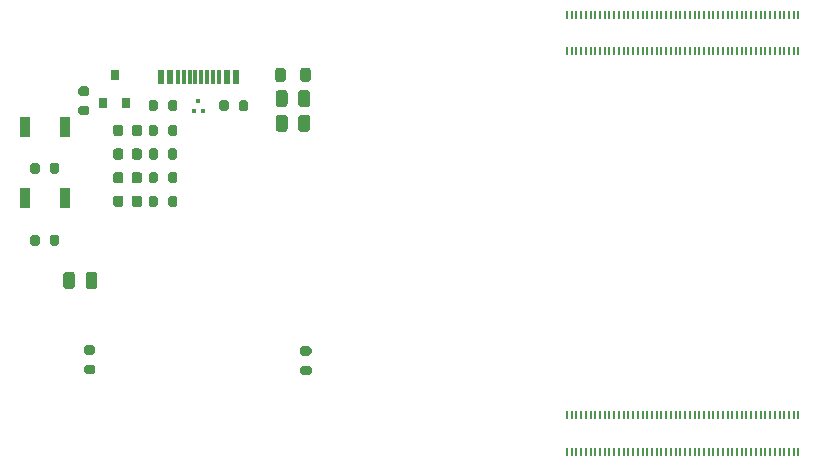
<source format=gtp>
G04 #@! TF.GenerationSoftware,KiCad,Pcbnew,(5.1.9)-1*
G04 #@! TF.CreationDate,2021-09-17T14:30:20-04:00*
G04 #@! TF.ProjectId,cm4-carrier-template,636d342d-6361-4727-9269-65722d74656d,rev?*
G04 #@! TF.SameCoordinates,Original*
G04 #@! TF.FileFunction,Paste,Top*
G04 #@! TF.FilePolarity,Positive*
%FSLAX46Y46*%
G04 Gerber Fmt 4.6, Leading zero omitted, Abs format (unit mm)*
G04 Created by KiCad (PCBNEW (5.1.9)-1) date 2021-09-17 14:30:20*
%MOMM*%
%LPD*%
G01*
G04 APERTURE LIST*
%ADD10R,0.600000X1.160000*%
%ADD11R,0.300000X1.160000*%
%ADD12R,0.200000X0.700000*%
%ADD13R,0.800000X0.900000*%
%ADD14R,0.900000X1.700000*%
%ADD15R,0.300000X0.300000*%
G04 APERTURE END LIST*
D10*
G04 #@! TO.C,J1*
X92800000Y-100810000D03*
X93600000Y-100810000D03*
X92800000Y-100810000D03*
X93600000Y-100810000D03*
X99200000Y-100810000D03*
X99200000Y-100810000D03*
X98400000Y-100810000D03*
X98400000Y-100810000D03*
D11*
X94250000Y-100810000D03*
X95250000Y-100810000D03*
X94750000Y-100810000D03*
X97250000Y-100810000D03*
X97750000Y-100810000D03*
X95750000Y-100810000D03*
X96250000Y-100810000D03*
X96750000Y-100810000D03*
G04 #@! TD*
D12*
G04 #@! TO.C,U5*
X127200000Y-132500000D03*
X127200000Y-129420000D03*
X127600000Y-132500000D03*
X127600000Y-129420000D03*
X128000000Y-132500000D03*
X128000000Y-129420000D03*
X128400000Y-132500000D03*
X128400000Y-129420000D03*
X128800000Y-132500000D03*
X128800000Y-129420000D03*
X129200000Y-132500000D03*
X129200000Y-129420000D03*
X129600000Y-132500000D03*
X129600000Y-129420000D03*
X130000000Y-132500000D03*
X130000000Y-129420000D03*
X130400000Y-132500000D03*
X130400000Y-129420000D03*
X130800000Y-132500000D03*
X130800000Y-129420000D03*
X131200000Y-132500000D03*
X131200000Y-129420000D03*
X131600000Y-132500000D03*
X131600000Y-129420000D03*
X132000000Y-132500000D03*
X132000000Y-129420000D03*
X132400000Y-132500000D03*
X132400000Y-129420000D03*
X132800000Y-132500000D03*
X132800000Y-129420000D03*
X133200000Y-132500000D03*
X133200000Y-129420000D03*
X133600000Y-132500000D03*
X133600000Y-129420000D03*
X134000000Y-132500000D03*
X134000000Y-129420000D03*
X134400000Y-132500000D03*
X134400000Y-129420000D03*
X134800000Y-132500000D03*
X134800000Y-129420000D03*
X135200000Y-132500000D03*
X135200000Y-129420000D03*
X135600000Y-132500000D03*
X135600000Y-129420000D03*
X136000000Y-132500000D03*
X136000000Y-129420000D03*
X136400000Y-132500000D03*
X136400000Y-129420000D03*
X136800000Y-132500000D03*
X136800000Y-129420000D03*
X137200000Y-132500000D03*
X137200000Y-129420000D03*
X137600000Y-132500000D03*
X137600000Y-129420000D03*
X138000000Y-132500000D03*
X138000000Y-129420000D03*
X138400000Y-132500000D03*
X138400000Y-129420000D03*
X138800000Y-132500000D03*
X138800000Y-129420000D03*
X139200000Y-132500000D03*
X139200000Y-129420000D03*
X139600000Y-132500000D03*
X139600000Y-129420000D03*
X140000000Y-132500000D03*
X140000000Y-129420000D03*
X140400000Y-132500000D03*
X140400000Y-129420000D03*
X140800000Y-132500000D03*
X140800000Y-129420000D03*
X141200000Y-132500000D03*
X141200000Y-129420000D03*
X141600000Y-132500000D03*
X141600000Y-129420000D03*
X142000000Y-132500000D03*
X142000000Y-129420000D03*
X142400000Y-132500000D03*
X142400000Y-129420000D03*
X142800000Y-132500000D03*
X142800000Y-129420000D03*
X143200000Y-132500000D03*
X143200000Y-129420000D03*
X143600000Y-132500000D03*
X143600000Y-129420000D03*
X144000000Y-132500000D03*
X144000000Y-129420000D03*
X144400000Y-132500000D03*
X144400000Y-129420000D03*
X144800000Y-132500000D03*
X144800000Y-129420000D03*
X145200000Y-132500000D03*
X145200000Y-129420000D03*
X145600000Y-132500000D03*
X145600000Y-129420000D03*
X146000000Y-132500000D03*
X146000000Y-129420000D03*
X146400000Y-132500000D03*
X146400000Y-129420000D03*
X146800000Y-132500000D03*
X146800000Y-129420000D03*
X127200000Y-98580000D03*
X127200000Y-95500000D03*
X127600000Y-98580000D03*
X127600000Y-95500000D03*
X128000000Y-98580000D03*
X128000000Y-95500000D03*
X128400000Y-98580000D03*
X128400000Y-95500000D03*
X128800000Y-98580000D03*
X128800000Y-95500000D03*
X129200000Y-98580000D03*
X129200000Y-95500000D03*
X129600000Y-98580000D03*
X129600000Y-95500000D03*
X130000000Y-98580000D03*
X130000000Y-95500000D03*
X130400000Y-98580000D03*
X130400000Y-95500000D03*
X130800000Y-98580000D03*
X130800000Y-95500000D03*
X131200000Y-98580000D03*
X131200000Y-95500000D03*
X131600000Y-98580000D03*
X131600000Y-95500000D03*
X132000000Y-98580000D03*
X132000000Y-95500000D03*
X132400000Y-98580000D03*
X132400000Y-95500000D03*
X132800000Y-98580000D03*
X132800000Y-95500000D03*
X133200000Y-98580000D03*
X133200000Y-95500000D03*
X133600000Y-98580000D03*
X133600000Y-95500000D03*
X134000000Y-98580000D03*
X134000000Y-95500000D03*
X134400000Y-98580000D03*
X134400000Y-95500000D03*
X134800000Y-98580000D03*
X134800000Y-95500000D03*
X135200000Y-98580000D03*
X135200000Y-95500000D03*
X135600000Y-98580000D03*
X135600000Y-95500000D03*
X136000000Y-98580000D03*
X136000000Y-95500000D03*
X136400000Y-98580000D03*
X136400000Y-95500000D03*
X136800000Y-98580000D03*
X136800000Y-95500000D03*
X137200000Y-98580000D03*
X137200000Y-95500000D03*
X137600000Y-98580000D03*
X137600000Y-95500000D03*
X138000000Y-98580000D03*
X138000000Y-95500000D03*
X138400000Y-98580000D03*
X138400000Y-95500000D03*
X138800000Y-98580000D03*
X138800000Y-95500000D03*
X139200000Y-98580000D03*
X139200000Y-95500000D03*
X139600000Y-98580000D03*
X139600000Y-95500000D03*
X140000000Y-98580000D03*
X140000000Y-95500000D03*
X140400000Y-98580000D03*
X140400000Y-95500000D03*
X140800000Y-98580000D03*
X140800000Y-95500000D03*
X141200000Y-98580000D03*
X141200000Y-95500000D03*
X141600000Y-98580000D03*
X141600000Y-95500000D03*
X142000000Y-98580000D03*
X142000000Y-95500000D03*
X142400000Y-98580000D03*
X142400000Y-95500000D03*
X142800000Y-98580000D03*
X142800000Y-95500000D03*
X143200000Y-98580000D03*
X143200000Y-95500000D03*
X143600000Y-98580000D03*
X143600000Y-95500000D03*
X144000000Y-98580000D03*
X144000000Y-95500000D03*
X144400000Y-98580000D03*
X144400000Y-95500000D03*
X144800000Y-98580000D03*
X144800000Y-95500000D03*
X145200000Y-98580000D03*
X145200000Y-95500000D03*
X145600000Y-98580000D03*
X145600000Y-95500000D03*
X146000000Y-98580000D03*
X146000000Y-95500000D03*
X146400000Y-98580000D03*
X146400000Y-95500000D03*
X146800000Y-98580000D03*
X146800000Y-95500000D03*
G04 #@! TD*
G04 #@! TO.C,D4*
G36*
G01*
X89650000Y-105043750D02*
X89650000Y-105556250D01*
G75*
G02*
X89431250Y-105775000I-218750J0D01*
G01*
X88993750Y-105775000D01*
G75*
G02*
X88775000Y-105556250I0J218750D01*
G01*
X88775000Y-105043750D01*
G75*
G02*
X88993750Y-104825000I218750J0D01*
G01*
X89431250Y-104825000D01*
G75*
G02*
X89650000Y-105043750I0J-218750D01*
G01*
G37*
G36*
G01*
X91225000Y-105043750D02*
X91225000Y-105556250D01*
G75*
G02*
X91006250Y-105775000I-218750J0D01*
G01*
X90568750Y-105775000D01*
G75*
G02*
X90350000Y-105556250I0J218750D01*
G01*
X90350000Y-105043750D01*
G75*
G02*
X90568750Y-104825000I218750J0D01*
G01*
X91006250Y-104825000D01*
G75*
G02*
X91225000Y-105043750I0J-218750D01*
G01*
G37*
G04 #@! TD*
G04 #@! TO.C,D3*
G36*
G01*
X89650000Y-107043750D02*
X89650000Y-107556250D01*
G75*
G02*
X89431250Y-107775000I-218750J0D01*
G01*
X88993750Y-107775000D01*
G75*
G02*
X88775000Y-107556250I0J218750D01*
G01*
X88775000Y-107043750D01*
G75*
G02*
X88993750Y-106825000I218750J0D01*
G01*
X89431250Y-106825000D01*
G75*
G02*
X89650000Y-107043750I0J-218750D01*
G01*
G37*
G36*
G01*
X91225000Y-107043750D02*
X91225000Y-107556250D01*
G75*
G02*
X91006250Y-107775000I-218750J0D01*
G01*
X90568750Y-107775000D01*
G75*
G02*
X90350000Y-107556250I0J218750D01*
G01*
X90350000Y-107043750D01*
G75*
G02*
X90568750Y-106825000I218750J0D01*
G01*
X91006250Y-106825000D01*
G75*
G02*
X91225000Y-107043750I0J-218750D01*
G01*
G37*
G04 #@! TD*
D13*
G04 #@! TO.C,Q1*
X88900000Y-100600000D03*
X89850000Y-103000000D03*
X87950000Y-103000000D03*
G04 #@! TD*
D14*
G04 #@! TO.C,SW2*
X84700000Y-111000000D03*
X81300000Y-111000000D03*
G04 #@! TD*
G04 #@! TO.C,SW1*
X84700000Y-105000000D03*
X81300000Y-105000000D03*
G04 #@! TD*
G04 #@! TO.C,R12*
G36*
G01*
X93425000Y-105575000D02*
X93425000Y-105025000D01*
G75*
G02*
X93625000Y-104825000I200000J0D01*
G01*
X94025000Y-104825000D01*
G75*
G02*
X94225000Y-105025000I0J-200000D01*
G01*
X94225000Y-105575000D01*
G75*
G02*
X94025000Y-105775000I-200000J0D01*
G01*
X93625000Y-105775000D01*
G75*
G02*
X93425000Y-105575000I0J200000D01*
G01*
G37*
G36*
G01*
X91775000Y-105575000D02*
X91775000Y-105025000D01*
G75*
G02*
X91975000Y-104825000I200000J0D01*
G01*
X92375000Y-104825000D01*
G75*
G02*
X92575000Y-105025000I0J-200000D01*
G01*
X92575000Y-105575000D01*
G75*
G02*
X92375000Y-105775000I-200000J0D01*
G01*
X91975000Y-105775000D01*
G75*
G02*
X91775000Y-105575000I0J200000D01*
G01*
G37*
G04 #@! TD*
G04 #@! TO.C,R11*
G36*
G01*
X83425000Y-114875000D02*
X83425000Y-114325000D01*
G75*
G02*
X83625000Y-114125000I200000J0D01*
G01*
X84025000Y-114125000D01*
G75*
G02*
X84225000Y-114325000I0J-200000D01*
G01*
X84225000Y-114875000D01*
G75*
G02*
X84025000Y-115075000I-200000J0D01*
G01*
X83625000Y-115075000D01*
G75*
G02*
X83425000Y-114875000I0J200000D01*
G01*
G37*
G36*
G01*
X81775000Y-114875000D02*
X81775000Y-114325000D01*
G75*
G02*
X81975000Y-114125000I200000J0D01*
G01*
X82375000Y-114125000D01*
G75*
G02*
X82575000Y-114325000I0J-200000D01*
G01*
X82575000Y-114875000D01*
G75*
G02*
X82375000Y-115075000I-200000J0D01*
G01*
X81975000Y-115075000D01*
G75*
G02*
X81775000Y-114875000I0J200000D01*
G01*
G37*
G04 #@! TD*
G04 #@! TO.C,R10*
G36*
G01*
X92575000Y-107025000D02*
X92575000Y-107575000D01*
G75*
G02*
X92375000Y-107775000I-200000J0D01*
G01*
X91975000Y-107775000D01*
G75*
G02*
X91775000Y-107575000I0J200000D01*
G01*
X91775000Y-107025000D01*
G75*
G02*
X91975000Y-106825000I200000J0D01*
G01*
X92375000Y-106825000D01*
G75*
G02*
X92575000Y-107025000I0J-200000D01*
G01*
G37*
G36*
G01*
X94225000Y-107025000D02*
X94225000Y-107575000D01*
G75*
G02*
X94025000Y-107775000I-200000J0D01*
G01*
X93625000Y-107775000D01*
G75*
G02*
X93425000Y-107575000I0J200000D01*
G01*
X93425000Y-107025000D01*
G75*
G02*
X93625000Y-106825000I200000J0D01*
G01*
X94025000Y-106825000D01*
G75*
G02*
X94225000Y-107025000I0J-200000D01*
G01*
G37*
G04 #@! TD*
G04 #@! TO.C,R9*
G36*
G01*
X83425000Y-108775000D02*
X83425000Y-108225000D01*
G75*
G02*
X83625000Y-108025000I200000J0D01*
G01*
X84025000Y-108025000D01*
G75*
G02*
X84225000Y-108225000I0J-200000D01*
G01*
X84225000Y-108775000D01*
G75*
G02*
X84025000Y-108975000I-200000J0D01*
G01*
X83625000Y-108975000D01*
G75*
G02*
X83425000Y-108775000I0J200000D01*
G01*
G37*
G36*
G01*
X81775000Y-108775000D02*
X81775000Y-108225000D01*
G75*
G02*
X81975000Y-108025000I200000J0D01*
G01*
X82375000Y-108025000D01*
G75*
G02*
X82575000Y-108225000I0J-200000D01*
G01*
X82575000Y-108775000D01*
G75*
G02*
X82375000Y-108975000I-200000J0D01*
G01*
X81975000Y-108975000D01*
G75*
G02*
X81775000Y-108775000I0J200000D01*
G01*
G37*
G04 #@! TD*
G04 #@! TO.C,R8*
G36*
G01*
X86025000Y-103225000D02*
X86575000Y-103225000D01*
G75*
G02*
X86775000Y-103425000I0J-200000D01*
G01*
X86775000Y-103825000D01*
G75*
G02*
X86575000Y-104025000I-200000J0D01*
G01*
X86025000Y-104025000D01*
G75*
G02*
X85825000Y-103825000I0J200000D01*
G01*
X85825000Y-103425000D01*
G75*
G02*
X86025000Y-103225000I200000J0D01*
G01*
G37*
G36*
G01*
X86025000Y-101575000D02*
X86575000Y-101575000D01*
G75*
G02*
X86775000Y-101775000I0J-200000D01*
G01*
X86775000Y-102175000D01*
G75*
G02*
X86575000Y-102375000I-200000J0D01*
G01*
X86025000Y-102375000D01*
G75*
G02*
X85825000Y-102175000I0J200000D01*
G01*
X85825000Y-101775000D01*
G75*
G02*
X86025000Y-101575000I200000J0D01*
G01*
G37*
G04 #@! TD*
G04 #@! TO.C,R7*
G36*
G01*
X93425000Y-109575000D02*
X93425000Y-109025000D01*
G75*
G02*
X93625000Y-108825000I200000J0D01*
G01*
X94025000Y-108825000D01*
G75*
G02*
X94225000Y-109025000I0J-200000D01*
G01*
X94225000Y-109575000D01*
G75*
G02*
X94025000Y-109775000I-200000J0D01*
G01*
X93625000Y-109775000D01*
G75*
G02*
X93425000Y-109575000I0J200000D01*
G01*
G37*
G36*
G01*
X91775000Y-109575000D02*
X91775000Y-109025000D01*
G75*
G02*
X91975000Y-108825000I200000J0D01*
G01*
X92375000Y-108825000D01*
G75*
G02*
X92575000Y-109025000I0J-200000D01*
G01*
X92575000Y-109575000D01*
G75*
G02*
X92375000Y-109775000I-200000J0D01*
G01*
X91975000Y-109775000D01*
G75*
G02*
X91775000Y-109575000I0J200000D01*
G01*
G37*
G04 #@! TD*
G04 #@! TO.C,R6*
G36*
G01*
X93425000Y-111575000D02*
X93425000Y-111025000D01*
G75*
G02*
X93625000Y-110825000I200000J0D01*
G01*
X94025000Y-110825000D01*
G75*
G02*
X94225000Y-111025000I0J-200000D01*
G01*
X94225000Y-111575000D01*
G75*
G02*
X94025000Y-111775000I-200000J0D01*
G01*
X93625000Y-111775000D01*
G75*
G02*
X93425000Y-111575000I0J200000D01*
G01*
G37*
G36*
G01*
X91775000Y-111575000D02*
X91775000Y-111025000D01*
G75*
G02*
X91975000Y-110825000I200000J0D01*
G01*
X92375000Y-110825000D01*
G75*
G02*
X92575000Y-111025000I0J-200000D01*
G01*
X92575000Y-111575000D01*
G75*
G02*
X92375000Y-111775000I-200000J0D01*
G01*
X91975000Y-111775000D01*
G75*
G02*
X91775000Y-111575000I0J200000D01*
G01*
G37*
G04 #@! TD*
G04 #@! TO.C,D2*
G36*
G01*
X89650000Y-109043750D02*
X89650000Y-109556250D01*
G75*
G02*
X89431250Y-109775000I-218750J0D01*
G01*
X88993750Y-109775000D01*
G75*
G02*
X88775000Y-109556250I0J218750D01*
G01*
X88775000Y-109043750D01*
G75*
G02*
X88993750Y-108825000I218750J0D01*
G01*
X89431250Y-108825000D01*
G75*
G02*
X89650000Y-109043750I0J-218750D01*
G01*
G37*
G36*
G01*
X91225000Y-109043750D02*
X91225000Y-109556250D01*
G75*
G02*
X91006250Y-109775000I-218750J0D01*
G01*
X90568750Y-109775000D01*
G75*
G02*
X90350000Y-109556250I0J218750D01*
G01*
X90350000Y-109043750D01*
G75*
G02*
X90568750Y-108825000I218750J0D01*
G01*
X91006250Y-108825000D01*
G75*
G02*
X91225000Y-109043750I0J-218750D01*
G01*
G37*
G04 #@! TD*
G04 #@! TO.C,D1*
G36*
G01*
X89650000Y-111043750D02*
X89650000Y-111556250D01*
G75*
G02*
X89431250Y-111775000I-218750J0D01*
G01*
X88993750Y-111775000D01*
G75*
G02*
X88775000Y-111556250I0J218750D01*
G01*
X88775000Y-111043750D01*
G75*
G02*
X88993750Y-110825000I218750J0D01*
G01*
X89431250Y-110825000D01*
G75*
G02*
X89650000Y-111043750I0J-218750D01*
G01*
G37*
G36*
G01*
X91225000Y-111043750D02*
X91225000Y-111556250D01*
G75*
G02*
X91006250Y-111775000I-218750J0D01*
G01*
X90568750Y-111775000D01*
G75*
G02*
X90350000Y-111556250I0J218750D01*
G01*
X90350000Y-111043750D01*
G75*
G02*
X90568750Y-110825000I218750J0D01*
G01*
X91006250Y-110825000D01*
G75*
G02*
X91225000Y-111043750I0J-218750D01*
G01*
G37*
G04 #@! TD*
G04 #@! TO.C,C3*
G36*
G01*
X85550000Y-117525000D02*
X85550000Y-118475000D01*
G75*
G02*
X85300000Y-118725000I-250000J0D01*
G01*
X84800000Y-118725000D01*
G75*
G02*
X84550000Y-118475000I0J250000D01*
G01*
X84550000Y-117525000D01*
G75*
G02*
X84800000Y-117275000I250000J0D01*
G01*
X85300000Y-117275000D01*
G75*
G02*
X85550000Y-117525000I0J-250000D01*
G01*
G37*
G36*
G01*
X87450000Y-117525000D02*
X87450000Y-118475000D01*
G75*
G02*
X87200000Y-118725000I-250000J0D01*
G01*
X86700000Y-118725000D01*
G75*
G02*
X86450000Y-118475000I0J250000D01*
G01*
X86450000Y-117525000D01*
G75*
G02*
X86700000Y-117275000I250000J0D01*
G01*
X87200000Y-117275000D01*
G75*
G02*
X87450000Y-117525000I0J-250000D01*
G01*
G37*
G04 #@! TD*
G04 #@! TO.C,FB1*
G36*
G01*
X103375000Y-100218750D02*
X103375000Y-100981250D01*
G75*
G02*
X103156250Y-101200000I-218750J0D01*
G01*
X102718750Y-101200000D01*
G75*
G02*
X102500000Y-100981250I0J218750D01*
G01*
X102500000Y-100218750D01*
G75*
G02*
X102718750Y-100000000I218750J0D01*
G01*
X103156250Y-100000000D01*
G75*
G02*
X103375000Y-100218750I0J-218750D01*
G01*
G37*
G36*
G01*
X105500000Y-100218750D02*
X105500000Y-100981250D01*
G75*
G02*
X105281250Y-101200000I-218750J0D01*
G01*
X104843750Y-101200000D01*
G75*
G02*
X104625000Y-100981250I0J218750D01*
G01*
X104625000Y-100218750D01*
G75*
G02*
X104843750Y-100000000I218750J0D01*
G01*
X105281250Y-100000000D01*
G75*
G02*
X105500000Y-100218750I0J-218750D01*
G01*
G37*
G04 #@! TD*
D15*
G04 #@! TO.C,U6*
X96000000Y-102775000D03*
X96350000Y-103625000D03*
X95650000Y-103625000D03*
G04 #@! TD*
G04 #@! TO.C,R4*
G36*
G01*
X87075000Y-124275000D02*
X86525000Y-124275000D01*
G75*
G02*
X86325000Y-124075000I0J200000D01*
G01*
X86325000Y-123675000D01*
G75*
G02*
X86525000Y-123475000I200000J0D01*
G01*
X87075000Y-123475000D01*
G75*
G02*
X87275000Y-123675000I0J-200000D01*
G01*
X87275000Y-124075000D01*
G75*
G02*
X87075000Y-124275000I-200000J0D01*
G01*
G37*
G36*
G01*
X87075000Y-125925000D02*
X86525000Y-125925000D01*
G75*
G02*
X86325000Y-125725000I0J200000D01*
G01*
X86325000Y-125325000D01*
G75*
G02*
X86525000Y-125125000I200000J0D01*
G01*
X87075000Y-125125000D01*
G75*
G02*
X87275000Y-125325000I0J-200000D01*
G01*
X87275000Y-125725000D01*
G75*
G02*
X87075000Y-125925000I-200000J0D01*
G01*
G37*
G04 #@! TD*
G04 #@! TO.C,R3*
G36*
G01*
X105375000Y-124375000D02*
X104825000Y-124375000D01*
G75*
G02*
X104625000Y-124175000I0J200000D01*
G01*
X104625000Y-123775000D01*
G75*
G02*
X104825000Y-123575000I200000J0D01*
G01*
X105375000Y-123575000D01*
G75*
G02*
X105575000Y-123775000I0J-200000D01*
G01*
X105575000Y-124175000D01*
G75*
G02*
X105375000Y-124375000I-200000J0D01*
G01*
G37*
G36*
G01*
X105375000Y-126025000D02*
X104825000Y-126025000D01*
G75*
G02*
X104625000Y-125825000I0J200000D01*
G01*
X104625000Y-125425000D01*
G75*
G02*
X104825000Y-125225000I200000J0D01*
G01*
X105375000Y-125225000D01*
G75*
G02*
X105575000Y-125425000I0J-200000D01*
G01*
X105575000Y-125825000D01*
G75*
G02*
X105375000Y-126025000I-200000J0D01*
G01*
G37*
G04 #@! TD*
G04 #@! TO.C,R2*
G36*
G01*
X93425000Y-103475000D02*
X93425000Y-102925000D01*
G75*
G02*
X93625000Y-102725000I200000J0D01*
G01*
X94025000Y-102725000D01*
G75*
G02*
X94225000Y-102925000I0J-200000D01*
G01*
X94225000Y-103475000D01*
G75*
G02*
X94025000Y-103675000I-200000J0D01*
G01*
X93625000Y-103675000D01*
G75*
G02*
X93425000Y-103475000I0J200000D01*
G01*
G37*
G36*
G01*
X91775000Y-103475000D02*
X91775000Y-102925000D01*
G75*
G02*
X91975000Y-102725000I200000J0D01*
G01*
X92375000Y-102725000D01*
G75*
G02*
X92575000Y-102925000I0J-200000D01*
G01*
X92575000Y-103475000D01*
G75*
G02*
X92375000Y-103675000I-200000J0D01*
G01*
X91975000Y-103675000D01*
G75*
G02*
X91775000Y-103475000I0J200000D01*
G01*
G37*
G04 #@! TD*
G04 #@! TO.C,R1*
G36*
G01*
X98575000Y-102925000D02*
X98575000Y-103475000D01*
G75*
G02*
X98375000Y-103675000I-200000J0D01*
G01*
X97975000Y-103675000D01*
G75*
G02*
X97775000Y-103475000I0J200000D01*
G01*
X97775000Y-102925000D01*
G75*
G02*
X97975000Y-102725000I200000J0D01*
G01*
X98375000Y-102725000D01*
G75*
G02*
X98575000Y-102925000I0J-200000D01*
G01*
G37*
G36*
G01*
X100225000Y-102925000D02*
X100225000Y-103475000D01*
G75*
G02*
X100025000Y-103675000I-200000J0D01*
G01*
X99625000Y-103675000D01*
G75*
G02*
X99425000Y-103475000I0J200000D01*
G01*
X99425000Y-102925000D01*
G75*
G02*
X99625000Y-102725000I200000J0D01*
G01*
X100025000Y-102725000D01*
G75*
G02*
X100225000Y-102925000I0J-200000D01*
G01*
G37*
G04 #@! TD*
G04 #@! TO.C,C2*
G36*
G01*
X104450000Y-103075000D02*
X104450000Y-102125000D01*
G75*
G02*
X104700000Y-101875000I250000J0D01*
G01*
X105200000Y-101875000D01*
G75*
G02*
X105450000Y-102125000I0J-250000D01*
G01*
X105450000Y-103075000D01*
G75*
G02*
X105200000Y-103325000I-250000J0D01*
G01*
X104700000Y-103325000D01*
G75*
G02*
X104450000Y-103075000I0J250000D01*
G01*
G37*
G36*
G01*
X102550000Y-103075000D02*
X102550000Y-102125000D01*
G75*
G02*
X102800000Y-101875000I250000J0D01*
G01*
X103300000Y-101875000D01*
G75*
G02*
X103550000Y-102125000I0J-250000D01*
G01*
X103550000Y-103075000D01*
G75*
G02*
X103300000Y-103325000I-250000J0D01*
G01*
X102800000Y-103325000D01*
G75*
G02*
X102550000Y-103075000I0J250000D01*
G01*
G37*
G04 #@! TD*
G04 #@! TO.C,C1*
G36*
G01*
X104450000Y-105175000D02*
X104450000Y-104225000D01*
G75*
G02*
X104700000Y-103975000I250000J0D01*
G01*
X105200000Y-103975000D01*
G75*
G02*
X105450000Y-104225000I0J-250000D01*
G01*
X105450000Y-105175000D01*
G75*
G02*
X105200000Y-105425000I-250000J0D01*
G01*
X104700000Y-105425000D01*
G75*
G02*
X104450000Y-105175000I0J250000D01*
G01*
G37*
G36*
G01*
X102550000Y-105175000D02*
X102550000Y-104225000D01*
G75*
G02*
X102800000Y-103975000I250000J0D01*
G01*
X103300000Y-103975000D01*
G75*
G02*
X103550000Y-104225000I0J-250000D01*
G01*
X103550000Y-105175000D01*
G75*
G02*
X103300000Y-105425000I-250000J0D01*
G01*
X102800000Y-105425000D01*
G75*
G02*
X102550000Y-105175000I0J250000D01*
G01*
G37*
G04 #@! TD*
M02*

</source>
